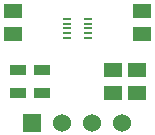
<source format=gts>
G04 (created by PCBNEW (2013-07-07 BZR 4022)-stable) date 1/30/2015 12:57:55 AM*
%MOIN*%
G04 Gerber Fmt 3.4, Leading zero omitted, Abs format*
%FSLAX34Y34*%
G01*
G70*
G90*
G04 APERTURE LIST*
%ADD10C,0.00590551*%
%ADD11R,0.055X0.035*%
%ADD12R,0.06X0.06*%
%ADD13C,0.06*%
%ADD14R,0.0255906X0.00885827*%
%ADD15R,0.059X0.0512*%
G04 APERTURE END LIST*
G54D10*
G54D11*
X83858Y-57695D03*
X83858Y-58445D03*
X83070Y-58445D03*
X83070Y-57695D03*
G54D12*
X83539Y-59448D03*
G54D13*
X84539Y-59448D03*
X85539Y-59448D03*
X86539Y-59448D03*
G54D14*
X85393Y-56614D03*
X85393Y-56456D03*
X85393Y-56299D03*
X85393Y-56141D03*
X85393Y-55984D03*
X84685Y-55984D03*
X84685Y-56141D03*
X84685Y-56299D03*
X84685Y-56456D03*
X84685Y-56614D03*
G54D15*
X86220Y-57695D03*
X86220Y-58445D03*
X87204Y-56477D03*
X87204Y-55727D03*
X82874Y-56477D03*
X82874Y-55727D03*
X87007Y-57695D03*
X87007Y-58445D03*
M02*

</source>
